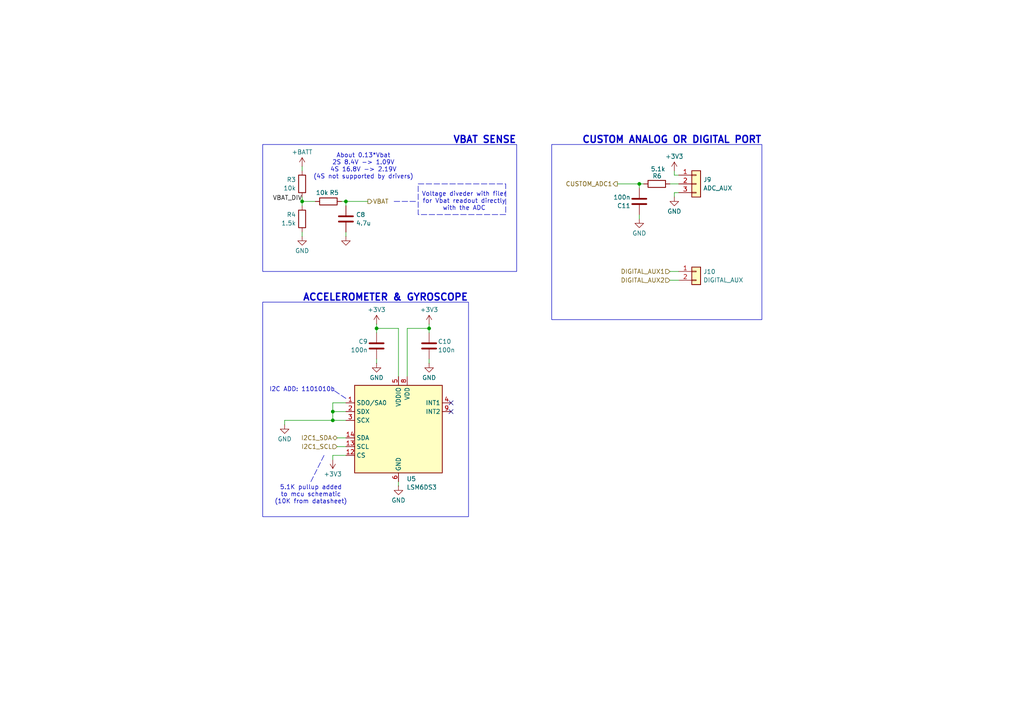
<source format=kicad_sch>
(kicad_sch (version 20250114) (generator "eeschema") (generator_version "9.0")
  (paper "A4")
  (title_block (title "Ant Robot control board") (date "2025-09-18") (rev "2.0") (company "Filippo Castellan"))
  (lib_symbols
    (symbol "Connector_Generic:Conn_01x02" (pin_names (offset 1.016) (hide yes))
      (property "Reference" "J" (at 0 2.54 0))
      (property "Value" "Conn_01x02" (at 0 -5.08 0))
      (symbol "Conn_01x02_1_1"
        (rectangle (start -1.27 1.27) (end 1.27 -3.81) (stroke (width 0.254)) (fill (type background)))
        (rectangle (start -1.27 0.127) (end 0 -0.127) (stroke (width 0.1524)))
        (rectangle (start -1.27 -2.413) (end 0 -2.667) (stroke (width 0.1524)))
        (pin passive line (at -5.08 0 0) (length 3.81) (name "Pin_1") (number "1"))
        (pin passive line (at -5.08 -2.54 0) (length 3.81) (name "Pin_2") (number "2"))
      )
    )
    (symbol "Connector_Generic:Conn_01x03" (pin_names (offset 1.016) (hide yes))
      (property "Reference" "J" (at 0 5.08 0))
      (property "Value" "Conn_01x03" (at 0 -5.08 0))
      (symbol "Conn_01x03_1_1"
        (rectangle (start -1.27 3.81) (end 1.27 -3.81) (stroke (width 0.254)) (fill (type background)))
        (rectangle (start -1.27 2.667) (end 0 2.413) (stroke (width 0.1524)))
        (rectangle (start -1.27 0.127) (end 0 -0.127) (stroke (width 0.1524)))
        (rectangle (start -1.27 -2.413) (end 0 -2.667) (stroke (width 0.1524)))
        (pin passive line (at -5.08 2.54 0) (length 3.81) (name "Pin_1") (number "1"))
        (pin passive line (at -5.08 0 0) (length 3.81) (name "Pin_2") (number "2"))
        (pin passive line (at -5.08 -2.54 0) (length 3.81) (name "Pin_3") (number "3"))
      )
    )
    (symbol "Device:C" (pin_numbers (hide yes)) (pin_names (offset 0.254))
      (property "Reference" "C" (at 0.635 2.54 0))
      (property "Value" "C" (at 0.635 -2.54 0))
      (symbol "C_0_1"
        (polyline (pts (xy -2.032 0.762) (xy 2.032 0.762)) (stroke (width 0.508)))
        (polyline (pts (xy -2.032 -0.762) (xy 2.032 -0.762)) (stroke (width 0.508)))
      )
      (symbol "C_1_1"
        (pin passive line (at 0 3.81 270) (length 2.794) (name "~") (number "1"))
        (pin passive line (at 0 -3.81 90) (length 2.794) (name "~") (number "2"))
      )
    )
    (symbol "Device:R" (pin_numbers (hide yes)) (pin_names (offset 0))
      (property "Reference" "R" (at 2.032 0 90))
      (property "Value" "R" (at 0 0 90))
      (symbol "R_0_1"
        (rectangle (start -1.016 -2.54) (end 1.016 2.54) (stroke (width 0.254)))
      )
      (symbol "R_1_1"
        (pin passive line (at 0 3.81 270) (length 1.27) (name "~") (number "1"))
        (pin passive line (at 0 -3.81 90) (length 1.27) (name "~") (number "2"))
      )
    )
    (symbol "Sensor_Motion:LSM6DS3"
      (property "Reference" "U" (at -11.43 15.24 0))
      (property "Value" "LSM6DS3" (at -11.43 12.7 0))
      (symbol "LSM6DS3_0_1"
        (rectangle (start -12.7 12.7) (end 12.7 -12.7) (stroke (width 0.254)) (fill (type background)))
      )
      (symbol "LSM6DS3_1_1"
        (pin bidirectional line (at -15.24 7.62 0) (length 2.54) (name "SDO/SA0") (number "1"))
        (pin bidirectional line (at -15.24 5.08 0) (length 2.54) (name "SDX") (number "2"))
        (pin input line (at -15.24 2.54 0) (length 2.54) (name "SCX") (number "3"))
        (pin bidirectional line (at -15.24 -2.54 0) (length 2.54) (name "SDA") (number "14"))
        (pin input line (at -15.24 -5.08 0) (length 2.54) (name "SCL") (number "13"))
        (pin input line (at -15.24 -7.62 0) (length 2.54) (name "CS") (number "12"))
        (pin power_in line (at 0 15.24 270) (length 2.54) (name "VDDIO") (number "5"))
        (pin power_in line (at 0 -15.24 90) (length 2.54) (name "GND") (number "6"))
        (pin passive line (at 0 -15.24 90) (length 2.54) (hide yes) (name "GND") (number "7"))
        (pin power_in line (at 2.54 15.24 270) (length 2.54) (name "VDD") (number "8"))
        (pin no_connect line (at 12.7 -2.54 180) (length 3.81) (hide yes) (name "NC") (number "11"))
        (pin no_connect line (at 12.7 -5.08 180) (length 3.81) (hide yes) (name "NC") (number "10"))
        (pin output line (at 15.24 7.62 180) (length 2.54) (name "INT1") (number "4"))
        (pin output line (at 15.24 5.08 180) (length 2.54) (name "INT2") (number "9"))
      )
    )
    (symbol "power:+3V3" (power) (pin_numbers (hide yes)) (pin_names (offset 0) (hide yes))
      (property "Value" "+3V3" (at 0 3.556 0))
      (symbol "+3V3_0_1"
        (polyline (pts (xy -0.762 1.27) (xy 0 2.54)))
        (polyline (pts (xy 0 2.54) (xy 0.762 1.27)))
        (polyline (pts (xy 0 0) (xy 0 2.54)))
      )
      (symbol "+3V3_1_1"
        (pin power_in line (at 0 0 90) (length 0) (name "~") (number "1"))
      )
    )
    (symbol "power:+BATT" (power) (pin_numbers (hide yes)) (pin_names (offset 0) (hide yes))
      (property "Value" "+BATT" (at 0 3.556 0))
      (symbol "+BATT_0_1"
        (polyline (pts (xy -0.762 1.27) (xy 0 2.54)))
        (polyline (pts (xy 0 2.54) (xy 0.762 1.27)))
        (polyline (pts (xy 0 0) (xy 0 2.54)))
      )
      (symbol "+BATT_1_1"
        (pin power_in line (at 0 0 90) (length 0) (name "~") (number "1"))
      )
    )
    (symbol "power:GND" (power) (pin_numbers (hide yes)) (pin_names (offset 0) (hide yes))
      (property "Value" "GND" (at 0 -3.81 0))
      (symbol "GND_0_1"
        (polyline (pts (xy 0 0) (xy 0 -1.27) (xy 1.27 -1.27) (xy 0 -2.54) (xy -1.27 -1.27) (xy 0 -1.27)))
      )
      (symbol "GND_1_1"
        (pin power_in line (at 0 0 270) (length 0) (name "~") (number "1"))
      )
    )
  )
  (rectangle (start 160.02 41.91) (end 220.98 92.71))
  (rectangle (start 76.2 41.91) (end 149.86 78.74))
  (rectangle (start 121.285 53.34) (end 146.685 62.23) (stroke (width 0) (type dash)))
  (rectangle (start 76.2 87.63) (end 135.89 149.86))
  (text "VBAT SENSE" (at 149.86 40.64 0) (effects (font (size 2 2) (thickness 0.4) (bold yes)) (justify right)))
  (text "About 0.13*Vbat\n2S 8.4V -> 1.09V\n4S 16.8V -> 2.19V\n(4S not supported by drivers)" (at 105.41 48.26 0) (effects (font (size 1.27 1.27))))
  (text "Voltage diveder with filer\nfor Vbat readout directly\nwith the ADC" (at 134.62 58.42 0) (effects (font (size 1.27 1.27))))
  (text "CUSTOM ANALOG OR DIGITAL PORT" (at 220.98 40.64 0) (effects (font (size 2 2) (thickness 0.4) (bold yes)) (justify right)))
  (text "ACCELEROMETER & GYROSCOPE" (at 135.89 86.36 0) (effects (font (size 2 2) (thickness 0.4) (bold yes)) (justify right)))
  (text "5.1K pullup added\nto mcu schematic\n(10K from datasheet)" (at 90.17 143.51 0) (effects (font (size 1.27 1.27))))
  (text "I2C ADD: 1101010b" (at 87.63 113.03 0) (effects (font (size 1.27 1.27))))
  (junction (at 109.22 95.25))
  (junction (at 100.33 58.42))
  (junction (at 124.46 95.25))
  (junction (at 87.63 58.42))
  (junction (at 185.42 53.34))
  (junction (at 96.52 119.38))
  (junction (at 96.52 121.92))
  (no_connect (at 130.81 119.38))
  (no_connect (at 130.81 116.84))
  (wire (pts (xy 185.42 62.23) (xy 185.42 63.5)))
  (wire (pts (xy 87.63 58.42) (xy 87.63 59.69)))
  (wire (pts (xy 96.52 132.08) (xy 100.33 132.08)))
  (wire (pts (xy 194.31 81.28) (xy 196.85 81.28)))
  (wire (pts (xy 87.63 48.26) (xy 87.63 49.53)))
  (wire (pts (xy 87.63 58.42) (xy 91.44 58.42)))
  (wire (pts (xy 118.11 95.25) (xy 124.46 95.25)))
  (wire (pts (xy 97.79 127) (xy 100.33 127)))
  (wire (pts (xy 82.55 123.19) (xy 82.55 121.92)))
  (wire (pts (xy 118.11 109.22) (xy 118.11 95.25)))
  (wire (pts (xy 100.33 119.38) (xy 96.52 119.38)))
  (wire (pts (xy 115.57 95.25) (xy 115.57 109.22)))
  (wire (pts (xy 195.58 50.8) (xy 196.85 50.8)))
  (wire (pts (xy 186.69 53.34) (xy 185.42 53.34)))
  (polyline (pts (xy 100.33 115.57) (xy 96.52 113.03)) (stroke (width 0) (type dash)))
  (wire (pts (xy 96.52 121.92) (xy 100.33 121.92)))
  (wire (pts (xy 99.06 58.42) (xy 100.33 58.42)))
  (wire (pts (xy 109.22 104.14) (xy 109.22 105.41)))
  (wire (pts (xy 185.42 53.34) (xy 185.42 54.61)))
  (wire (pts (xy 96.52 116.84) (xy 96.52 119.38)))
  (wire (pts (xy 194.31 78.74) (xy 196.85 78.74)))
  (wire (pts (xy 109.22 95.25) (xy 109.22 96.52)))
  (wire (pts (xy 124.46 96.52) (xy 124.46 95.25)))
  (wire (pts (xy 100.33 67.31) (xy 100.33 68.58)))
  (polyline (pts (xy 93.98 132.08) (xy 90.17 139.7)) (stroke (width 0) (type dash)))
  (wire (pts (xy 194.31 53.34) (xy 196.85 53.34)))
  (wire (pts (xy 109.22 93.98) (xy 109.22 95.25)))
  (wire (pts (xy 195.58 55.88) (xy 195.58 57.15)))
  (wire (pts (xy 115.57 95.25) (xy 109.22 95.25)))
  (wire (pts (xy 124.46 93.98) (xy 124.46 95.25)))
  (polyline (pts (xy 114.3 58.42) (xy 120.65 58.42)) (stroke (width 0) (type dash)))
  (wire (pts (xy 87.63 57.15) (xy 87.63 58.42)))
  (wire (pts (xy 124.46 104.14) (xy 124.46 105.41)))
  (wire (pts (xy 96.52 119.38) (xy 96.52 121.92)))
  (wire (pts (xy 195.58 49.53) (xy 195.58 50.8)))
  (wire (pts (xy 100.33 58.42) (xy 100.33 59.69)))
  (wire (pts (xy 87.63 67.31) (xy 87.63 68.58)))
  (wire (pts (xy 115.57 139.7) (xy 115.57 140.97)))
  (wire (pts (xy 196.85 55.88) (xy 195.58 55.88)))
  (wire (pts (xy 96.52 121.92) (xy 82.55 121.92)))
  (wire (pts (xy 96.52 133.35) (xy 96.52 132.08)))
  (wire (pts (xy 179.07 53.34) (xy 185.42 53.34)))
  (wire (pts (xy 100.33 116.84) (xy 96.52 116.84)))
  (wire (pts (xy 97.79 129.54) (xy 100.33 129.54)))
  (wire (pts (xy 106.68 58.42) (xy 100.33 58.42)))
  (label "VBAT_DIV" (at 87.63 58.42 180))
  (hierarchical_label "DIGITAL_AUX2" (shape input) (at 194.31 81.28 180))
  (hierarchical_label "I2C1_SCL" (shape input) (at 97.79 129.54 180))
  (hierarchical_label "I2C1_SDA" (shape bidirectional) (at 97.79 127 180))
  (hierarchical_label "DIGITAL_AUX1" (shape input) (at 194.31 78.74 180))
  (hierarchical_label "CUSTOM_ADC1" (shape output) (at 179.07 53.34 180) (effects (font (thickness 0.1588))))
  (hierarchical_label "VBAT" (shape output) (at 106.68 58.42 0) (effects (font (thickness 0.1588))))
  (symbol (lib_id "Sensor_Motion:LSM6DS3") (at 115.57 124.46 0) (unit 1)
    (property "Reference" "U5" (at 117.9232 138.8908 0) (effects (justify left)))
    (property "Value" "LSM6DS3" (at 117.9232 141.3364 0) (effects (justify left)))
    (property "Footprint" "Package_LGA:LGA-14_3x2.5mm_P0.5mm_LayoutBorder3x4y" (effects (hide yes)))
    (property "Datasheet" "https://www.st.com/resource/en/datasheet/lsm6ds3tr-c.pdf" (effects (hide yes)))
    (property "Description" "I2C/SPI, iNEMO inertial module: always-on 3D accelerometer and 3D gyroscope" (effects (hide yes)))
    (property "LCSC" "C967633" (effects (hide yes)))
  )
  (symbol (lib_id "power:+3V3") (at 124.46 93.98 0) (unit 1)
    (property "Reference" "#PWR034" (effects (hide yes)))
    (property "Value" "+3V3" (at 124.46 89.8263 0))
    (property "Description" "Power symbol creates a global label with name \"+3V3\"" (effects (hide yes)))
  )
  (symbol (lib_id "power:+3V3") (at 109.22 93.98 0) (unit 1)
    (property "Reference" "#PWR031" (effects (hide yes)))
    (property "Value" "+3V3" (at 109.22 89.8263 0))
    (property "Description" "Power symbol creates a global label with name \"+3V3\"" (effects (hide yes)))
  )
  (symbol (lib_id "power:GND") (at 124.46 105.41 0) (unit 1)
    (property "Reference" "#PWR035" (effects (hide yes)))
    (property "Value" "GND" (at 124.46 109.5538 0))
    (property "Description" "Power symbol creates a global label with name \"GND\" , ground" (effects (hide yes)))
  )
  (symbol (lib_id "power:GND") (at 115.57 140.97 0) (unit 1)
    (property "Reference" "#PWR033" (effects (hide yes)))
    (property "Value" "GND" (at 115.57 145.1138 0))
    (property "Description" "Power symbol creates a global label with name \"GND\" , ground" (effects (hide yes)))
  )
  (symbol (lib_id "Device:R") (at 95.25 58.42 90) (unit 1)
    (property "Reference" "R5" (at 98.298 55.88 90) (effects (justify left)))
    (property "Value" "10k" (at 95.25 55.88 90) (effects (justify left)))
    (property "Footprint" "Resistor_SMD:R_0402_1005Metric" (effects (hide yes)))
    (property "LCSC" "C60490" (effects (hide yes)))
  )
  (symbol (lib_id "Connector_Generic:Conn_01x03") (at 201.93 53.34 0) (unit 1) (in_bom no)
    (property "Reference" "J9" (at 203.962 52.1172 0) (effects (justify left)))
    (property "Value" "ADC_AUX" (at 203.962 54.5628 0) (effects (justify left)))
    (property "Footprint" "_MY_connectors:01x03_TH_pad_renforced_small" (effects (hide yes)))
    (property "Description" "Generic connector, single row, 01x03, script generated (kicad-library-utils/schlib/autogen/connector/)" (effects (hide yes)))
  )
  (symbol (lib_id "Connector_Generic:Conn_01x02") (at 201.93 78.74 0) (unit 1) (in_bom no)
    (property "Reference" "J10" (at 203.962 78.7872 0) (effects (justify left)))
    (property "Value" "DIGITAL_AUX" (at 203.962 81.2328 0) (effects (justify left)))
    (property "Footprint" "_MY_connectors:01x02_TH_pad_renforced_small" (effects (hide yes)))
    (property "Description" "Generic connector, single row, 01x02, script generated (kicad-library-utils/schlib/autogen/connector/)" (effects (hide yes)))
  )
  (symbol (lib_id "Device:C") (at 100.33 63.5 180) (unit 1)
    (property "Reference" "C8" (at 103.251 62.2772 0) (effects (justify right)))
    (property "Value" "4.7u" (at 103.251 64.7228 0) (effects (justify right)))
    (property "Footprint" "Capacitor_SMD:C_0402_1005Metric" (effects (hide yes)))
    (property "Description" "Unpolarized capacitor" (effects (hide yes)))
    (property "LCSC" "C2858031" (effects (hide yes)))
  )
  (symbol (lib_id "power:GND") (at 82.55 123.19 0) (unit 1)
    (property "Reference" "#PWR026" (effects (hide yes)))
    (property "Value" "GND" (at 82.55 127.3338 0))
    (property "Description" "Power symbol creates a global label with name \"GND\" , ground" (effects (hide yes)))
  )
  (symbol (lib_id "power:GND") (at 100.33 68.58 0) (unit 1)
    (property "Reference" "#PWR030" (effects (hide yes)))
    (property "Value" "GND" (effects (hide yes)))
    (property "Description" "Power symbol creates a global label with name \"GND\" , ground" (effects (hide yes)))
  )
  (symbol (lib_id "Device:R") (at 87.63 63.5 0) (mirror y) (unit 1)
    (property "Reference" "R4" (at 85.852 62.2673 0) (effects (justify left)))
    (property "Value" "1.5k" (at 85.852 64.7327 0) (effects (justify left)))
    (property "Footprint" "Resistor_SMD:R_0402_1005Metric" (effects (hide yes)))
    (property "Description" "Resistor" (effects (hide yes)))
    (property "LCSC" "C25867" (effects (hide yes)))
  )
  (symbol (lib_id "power:GND") (at 185.42 63.5 0) (mirror y) (unit 1)
    (property "Reference" "#PWR036" (effects (hide yes)))
    (property "Value" "GND" (at 185.42 67.6537 0))
    (property "Description" "Power symbol creates a global label with name \"GND\" , ground" (effects (hide yes)))
  )
  (symbol (lib_id "Device:R") (at 190.5 53.34 270) (mirror x) (unit 1)
    (property "Reference" "R6" (at 189.23 51.054 90) (effects (justify left)))
    (property "Value" "5.1k" (at 188.722 49.022 90) (effects (justify left)))
    (property "Footprint" "Resistor_SMD:R_0402_1005Metric" (effects (hide yes)))
    (property "LCSC" "C25905" (effects (hide yes)))
  )
  (symbol (lib_id "Device:C") (at 124.46 100.33 0) (unit 1)
    (property "Reference" "C10" (at 127 99.06 0) (effects (justify left)))
    (property "Value" "100n" (at 127 101.5254 0) (effects (justify left)))
    (property "Footprint" "Capacitor_SMD:C_0402_1005Metric" (effects (hide yes)))
    (property "Description" "Unpolarized capacitor" (effects (hide yes)))
    (property "LCSC" "C1525" (effects (hide yes)))
  )
  (symbol (lib_id "Device:C") (at 185.42 58.42 180) (unit 1)
    (property "Reference" "C11" (at 182.88 59.69 0) (effects (justify left)))
    (property "Value" "100n" (at 182.88 57.2246 0) (effects (justify left)))
    (property "Footprint" "Capacitor_SMD:C_0402_1005Metric" (effects (hide yes)))
    (property "Description" "Unpolarized capacitor" (effects (hide yes)))
    (property "LCSC" "C1525" (effects (hide yes)))
  )
  (symbol (lib_id "Device:R") (at 87.63 53.34 0) (mirror y) (unit 1)
    (property "Reference" "R3" (at 85.852 52.1073 0) (effects (justify left)))
    (property "Value" "10k" (at 85.852 54.5727 0) (effects (justify left)))
    (property "Footprint" "Resistor_SMD:R_0402_1005Metric" (effects (hide yes)))
    (property "Description" "Resistor" (effects (hide yes)))
    (property "LCSC" "C60490" (effects (hide yes)))
  )
  (symbol (lib_id "power:GND") (at 109.22 105.41 0) (unit 1)
    (property "Reference" "#PWR032" (effects (hide yes)))
    (property "Value" "GND" (at 109.22 109.5538 0))
    (property "Description" "Power symbol creates a global label with name \"GND\" , ground" (effects (hide yes)))
  )
  (symbol (lib_id "power:+3V3") (at 195.58 49.53 0) (unit 1)
    (property "Reference" "#PWR037" (effects (hide yes)))
    (property "Value" "+3V3" (at 195.58 45.3763 0))
    (property "Description" "Power symbol creates a global label with name \"+3V3\"" (effects (hide yes)))
  )
  (symbol (lib_id "power:GND") (at 195.58 57.15 0) (unit 1)
    (property "Reference" "#PWR038" (effects (hide yes)))
    (property "Value" "GND" (at 195.58 61.3037 0))
    (property "Description" "Power symbol creates a global label with name \"GND\" , ground" (effects (hide yes)))
  )
  (symbol (lib_id "power:GND") (at 87.63 68.58 0) (unit 1)
    (property "Reference" "#PWR028" (effects (hide yes)))
    (property "Value" "GND" (at 87.63 72.7337 0))
    (property "Description" "Power symbol creates a global label with name \"GND\" , ground" (effects (hide yes)))
  )
  (symbol (lib_id "power:+3V3") (at 96.52 133.35 0) (mirror x) (unit 1)
    (property "Reference" "#PWR029" (effects (hide yes)))
    (property "Value" "+3V3" (at 96.52 137.5037 0))
    (property "Description" "Power symbol creates a global label with name \"+3V3\"" (effects (hide yes)))
  )
  (symbol (lib_id "power:+BATT") (at 87.63 48.26 0) (unit 1)
    (property "Reference" "#PWR027" (effects (hide yes)))
    (property "Value" "+BATT" (at 87.63 44.1063 0))
    (property "Description" "Power symbol creates a global label with name \"+BATT\"" (effects (hide yes)))
  )
  (symbol (lib_id "Device:C") (at 109.22 100.33 0) (mirror y) (unit 1)
    (property "Reference" "C9" (at 106.68 99.06 0) (effects (justify left)))
    (property "Value" "100n" (at 106.68 101.5254 0) (effects (justify left)))
    (property "Footprint" "Capacitor_SMD:C_0402_1005Metric" (effects (hide yes)))
    (property "Description" "Unpolarized capacitor" (effects (hide yes)))
    (property "LCSC" "C1525" (effects (hide yes)))
  )
)
</source>
